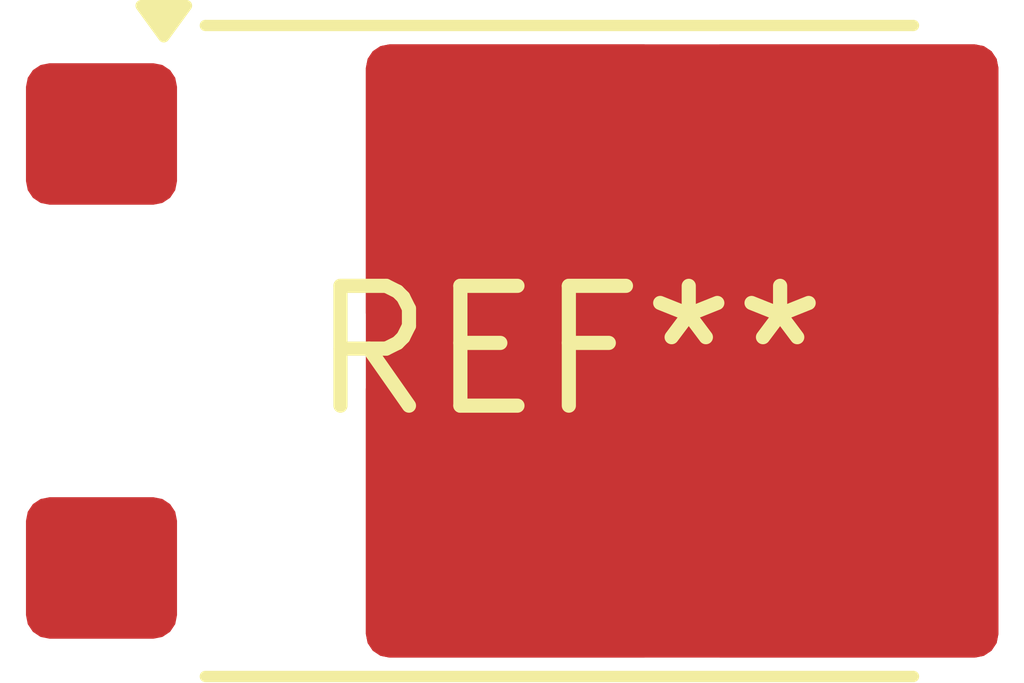
<source format=kicad_pcb>
(kicad_pcb (version 20240108) (generator pcbnew)
  (layers (0 "F.Cu" signal) (31 "B.Cu" signal) (34 "B.Paste" user) (35 "F.Paste" user) (36 "B.SilkS" user "B.Silkscreen") (37 "F.SilkS" user "F.Silkscreen") (38 "B.Mask" user) (39 "F.Mask" user) (44 "Edge.Cuts" user))
  (net 0 "")
  (footprint "ATPAK-2" (layer "F.Cu") (at 0 0)
    (property "Reference" "REF**")
    (property "Value" "ATPAK-2")
    (fp_line (start 3.65 -3.45) (end -3.85 -3.45) (layer "F.SilkS") (stroke (width 0.12)))
    (fp_line (start 3.65 3.45) (end -3.85 3.45) (layer "F.SilkS") (stroke (width 0.12)))
    (fp_poly (pts (xy -4.29 -3.33) (xy -4.05 -3.66) (xy -4.53 -3.66) (xy -4.29 -3.33)) (layer "F.SilkS") (stroke (width 0.12)) (fill solid))
    (pad "1" smd roundrect (at -4.95 -2.3) (size 1.6 1.5) (layers "F.Cu" "F.Paste" "F.Mask") (roundrect_rratio 0.166667))
    (pad "2" smd roundrect (at -0.55 -1.7) (size 3.2 3.1) (layers "F.Cu" "F.Paste") (roundrect_rratio 0.080645))
    (pad "2" smd roundrect (at -0.55 1.7) (size 3.2 3.1) (layers "F.Cu" "F.Paste") (roundrect_rratio 0.080645))
    (pad "2" smd roundrect (at 1.2 0) (size 6.7 6.5) (layers "F.Cu" "F.Mask") (roundrect_rratio 0.038462))
    (pad "2" smd roundrect (at 2.95 -1.7) (size 3.2 3.1) (layers "F.Cu" "F.Paste") (roundrect_rratio 0.080645))
    (pad "2" smd roundrect (at 2.95 1.7) (size 3.2 3.1) (layers "F.Cu" "F.Paste") (roundrect_rratio 0.080645))
    (pad "3" smd roundrect (at -4.95 2.3) (size 1.6 1.5) (layers "F.Cu" "F.Paste" "F.Mask") (roundrect_rratio 0.166667))
  )
)
</source>
